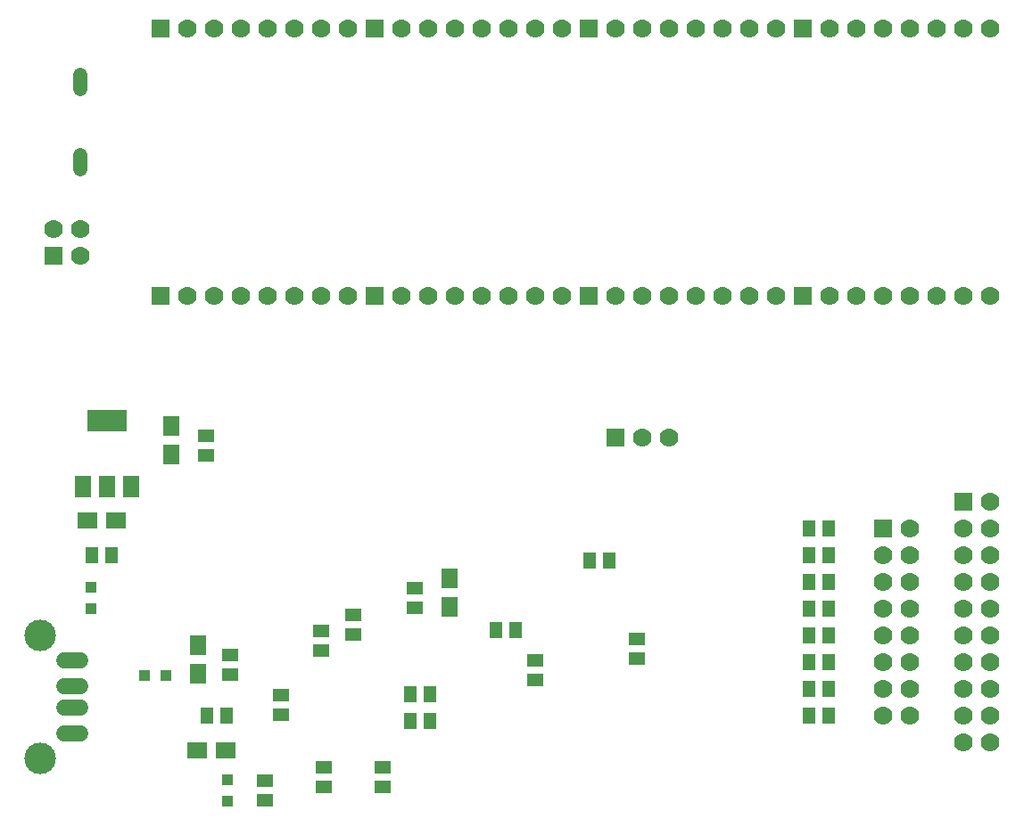
<source format=gbp>
G75*
%MOIN*%
%OFA0B0*%
%FSLAX25Y25*%
%IPPOS*%
%LPD*%
%AMOC8*
5,1,8,0,0,1.08239X$1,22.5*
%
%ADD10R,0.05906X0.05118*%
%ADD11R,0.05118X0.05906*%
%ADD12R,0.07677X0.05906*%
%ADD13R,0.05906X0.07677*%
%ADD14C,0.05937*%
%ADD15C,0.11811*%
%ADD16R,0.07000X0.07000*%
%ADD17C,0.07000*%
%ADD18R,0.03937X0.03937*%
%ADD19R,0.05906X0.07874*%
%ADD20R,0.14961X0.07874*%
%ADD21C,0.05200*%
D10*
X0142479Y0083260D03*
X0142479Y0090740D03*
X0161479Y0075740D03*
X0161479Y0068260D03*
X0177479Y0048740D03*
X0177479Y0041260D03*
X0199479Y0041260D03*
X0199479Y0048740D03*
X0155479Y0043740D03*
X0155479Y0036260D03*
X0176479Y0092260D03*
X0176479Y0099740D03*
X0188479Y0098260D03*
X0188479Y0105740D03*
X0211479Y0108260D03*
X0211479Y0115740D03*
X0256479Y0088740D03*
X0256479Y0081260D03*
X0294479Y0089260D03*
X0294479Y0096740D03*
X0133479Y0165260D03*
X0133479Y0172740D03*
D11*
X0098219Y0128000D03*
X0090739Y0128000D03*
X0133739Y0068000D03*
X0141219Y0068000D03*
X0209739Y0066000D03*
X0217219Y0066000D03*
X0217219Y0076000D03*
X0209739Y0076000D03*
X0241739Y0100000D03*
X0249219Y0100000D03*
X0276739Y0126000D03*
X0284219Y0126000D03*
X0358739Y0128000D03*
X0366219Y0128000D03*
X0366219Y0138000D03*
X0358739Y0138000D03*
X0358739Y0118000D03*
X0366219Y0118000D03*
X0366219Y0108000D03*
X0358739Y0108000D03*
X0358739Y0098000D03*
X0366219Y0098000D03*
X0366219Y0088000D03*
X0358739Y0088000D03*
X0358739Y0078000D03*
X0366219Y0078000D03*
X0366219Y0068000D03*
X0358739Y0068000D03*
D12*
X0140892Y0055000D03*
X0130065Y0055000D03*
X0099892Y0141000D03*
X0089065Y0141000D03*
D13*
X0120479Y0165587D03*
X0120479Y0176413D03*
X0224479Y0119413D03*
X0224479Y0108587D03*
X0130479Y0094413D03*
X0130479Y0083587D03*
D14*
X0086471Y0078937D02*
X0080534Y0078937D01*
X0080534Y0071063D02*
X0086471Y0071063D01*
X0086471Y0061220D02*
X0080534Y0061220D01*
X0080534Y0088780D02*
X0086471Y0088780D01*
D15*
X0071479Y0051969D03*
X0071479Y0098031D03*
D16*
X0116479Y0225000D03*
X0076479Y0240000D03*
X0116479Y0325000D03*
X0196479Y0325000D03*
X0276479Y0325000D03*
X0356479Y0325000D03*
X0356479Y0225000D03*
X0286479Y0172000D03*
X0276479Y0225000D03*
X0196479Y0225000D03*
X0386479Y0138000D03*
X0416479Y0148000D03*
D17*
X0426479Y0148000D03*
X0426479Y0138000D03*
X0426479Y0128000D03*
X0416479Y0128000D03*
X0416479Y0138000D03*
X0396479Y0138000D03*
X0396479Y0128000D03*
X0386479Y0128000D03*
X0386479Y0118000D03*
X0396479Y0118000D03*
X0396479Y0108000D03*
X0386479Y0108000D03*
X0386479Y0098000D03*
X0396479Y0098000D03*
X0396479Y0088000D03*
X0386479Y0088000D03*
X0386479Y0078000D03*
X0396479Y0078000D03*
X0396479Y0068000D03*
X0386479Y0068000D03*
X0416479Y0068000D03*
X0426479Y0068000D03*
X0426479Y0078000D03*
X0416479Y0078000D03*
X0416479Y0088000D03*
X0426479Y0088000D03*
X0426479Y0098000D03*
X0416479Y0098000D03*
X0416479Y0108000D03*
X0426479Y0108000D03*
X0426479Y0118000D03*
X0416479Y0118000D03*
X0416479Y0058000D03*
X0426479Y0058000D03*
X0306479Y0172000D03*
X0296479Y0172000D03*
X0296479Y0225000D03*
X0286479Y0225000D03*
X0306479Y0225000D03*
X0316479Y0225000D03*
X0326479Y0225000D03*
X0336479Y0225000D03*
X0346479Y0225000D03*
X0366479Y0225000D03*
X0376479Y0225000D03*
X0386479Y0225000D03*
X0396479Y0225000D03*
X0406479Y0225000D03*
X0416479Y0225000D03*
X0426479Y0225000D03*
X0426479Y0325000D03*
X0416479Y0325000D03*
X0406479Y0325000D03*
X0396479Y0325000D03*
X0386479Y0325000D03*
X0376479Y0325000D03*
X0366479Y0325000D03*
X0346479Y0325000D03*
X0336479Y0325000D03*
X0326479Y0325000D03*
X0316479Y0325000D03*
X0306479Y0325000D03*
X0296479Y0325000D03*
X0286479Y0325000D03*
X0266479Y0325000D03*
X0256479Y0325000D03*
X0246479Y0325000D03*
X0236479Y0325000D03*
X0226479Y0325000D03*
X0216479Y0325000D03*
X0206479Y0325000D03*
X0186479Y0325000D03*
X0176479Y0325000D03*
X0166479Y0325000D03*
X0156479Y0325000D03*
X0146479Y0325000D03*
X0136479Y0325000D03*
X0126479Y0325000D03*
X0086479Y0250000D03*
X0086479Y0240000D03*
X0076479Y0250000D03*
X0126479Y0225000D03*
X0136479Y0225000D03*
X0146479Y0225000D03*
X0156479Y0225000D03*
X0166479Y0225000D03*
X0176479Y0225000D03*
X0186479Y0225000D03*
X0206479Y0225000D03*
X0216479Y0225000D03*
X0226479Y0225000D03*
X0236479Y0225000D03*
X0246479Y0225000D03*
X0256479Y0225000D03*
X0266479Y0225000D03*
D18*
X0090479Y0115937D03*
X0090479Y0108063D03*
X0110542Y0083000D03*
X0118416Y0083000D03*
X0141479Y0043937D03*
X0141479Y0036063D03*
D19*
X0105534Y0153598D03*
X0096479Y0153598D03*
X0087424Y0153598D03*
D20*
X0096479Y0178402D03*
D21*
X0086479Y0272400D02*
X0086479Y0277600D01*
X0086479Y0302400D02*
X0086479Y0307600D01*
M02*

</source>
